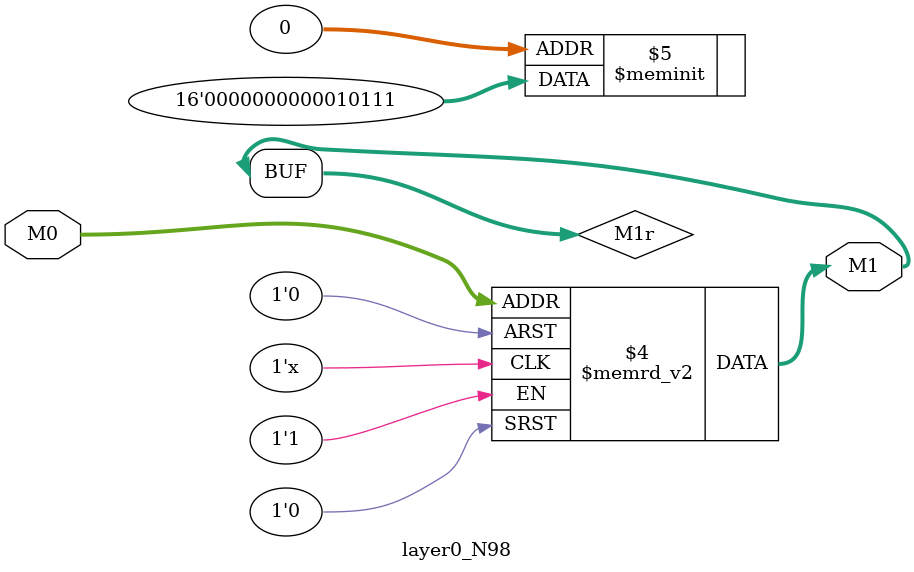
<source format=v>
module layer0_N98 ( input [2:0] M0, output [1:0] M1 );

	(*rom_style = "distributed" *) reg [1:0] M1r;
	assign M1 = M1r;
	always @ (M0) begin
		case (M0)
			3'b000: M1r = 2'b11;
			3'b100: M1r = 2'b00;
			3'b010: M1r = 2'b01;
			3'b110: M1r = 2'b00;
			3'b001: M1r = 2'b01;
			3'b101: M1r = 2'b00;
			3'b011: M1r = 2'b00;
			3'b111: M1r = 2'b00;

		endcase
	end
endmodule

</source>
